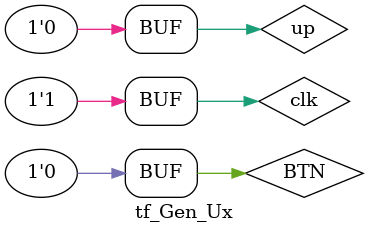
<source format=v>
`timescale 1ns / 1ps


module tf_Gen_Ux;

	// Inputs
	reg clk;
	reg up;
	reg BTN;

	// Outputs
	wire ceo;
	wire ce1ms;
	wire Ux;
	wire [15:0] Xf;

	// Instantiate the Unit Under Test (UUT)
	Gen_Ux uut (
		.clk(clk), 
		.ceo(ceo), 
		.up(up), 
		.ce1ms(ce1ms), 
		.BTN(BTN), 
		.Ux(Ux), 
		.Xf(Xf)
	);

parameter Tclk = 20; //Tclk=1/Fclk=1/50 mHz = 20 ns
always begin clk=0 ; #(Tclk/2) clk=1; #(Tclk/2) ; end

	initial begin
		// Initialize Inputs
		up = 0;
		BTN = 0;

		// Wait 100 ns for global reset to finish
		#100;
		BTN = 1;
		#1000000
		BTN = 0;
        
		// Add stimulus here

	end
      
endmodule


</source>
